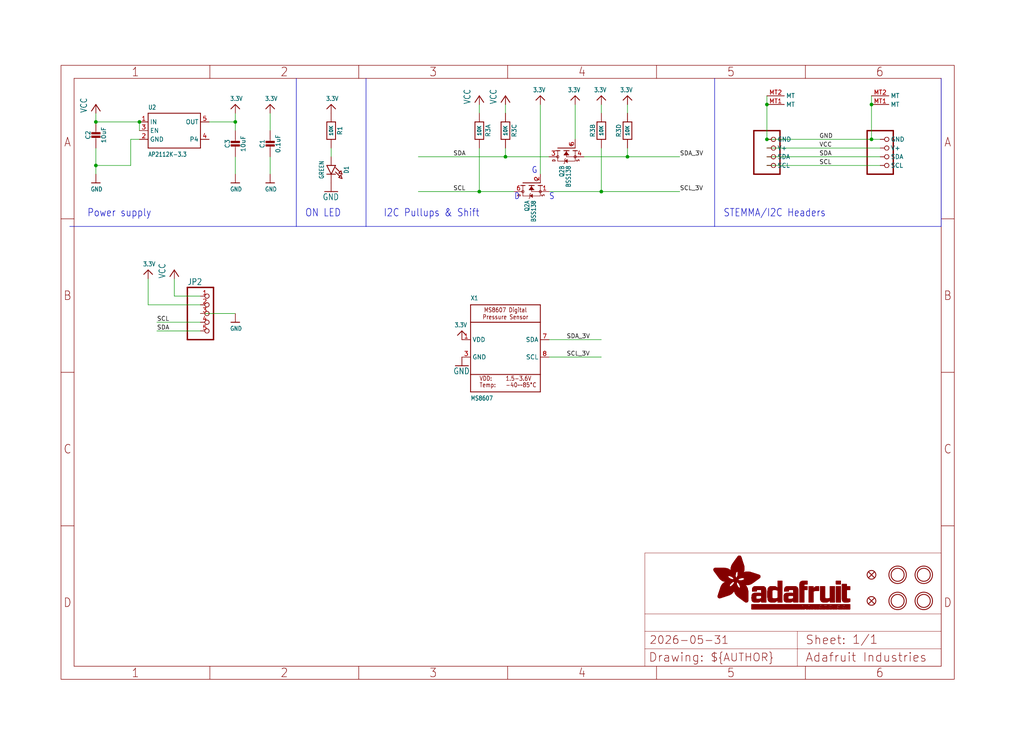
<source format=kicad_sch>
(kicad_sch (version 20230121) (generator eeschema)
  (paper "User" 298.45 217.322)
  (lib_symbols
    (symbol "working-eagle-import:3.3V" (power)
      (property "Value" "3.3V" (at -1.524 1.016 0))
      (symbol "3.3V_1_0"
        (pin power_in line (at 0 -2.54 90) (length 2.54) (name "3.3V") (number "1"))
      )
    )
    (symbol "working-eagle-import:CAP_CERAMIC0603_NO"
      (property "Reference" "C" (at -2.29 1.25 90))
      (symbol "CAP_CERAMIC0603_NO_1_0"
        (pin passive line (at 0 5.08 270) (length 2.54) (name "1") (number "1"))
        (pin passive line (at 0 -2.54 90) (length 2.54) (name "2") (number "2"))
      )
    )
    (symbol "working-eagle-import:CAP_CERAMIC0805-NOOUTLINE"
      (property "Reference" "C" (at -2.29 1.25 90))
      (symbol "CAP_CERAMIC0805-NOOUTLINE_1_0"
        (pin passive line (at 0 5.08 270) (length 2.54) (name "1") (number "1"))
        (pin passive line (at 0 -2.54 90) (length 2.54) (name "2") (number "2"))
      )
    )
    (symbol "working-eagle-import:FIDUCIAL_1MM")
    (symbol "working-eagle-import:FRAME_A4_ADAFRUIT"
      (symbol "FRAME_A4_ADAFRUIT_1_0"
        (text "${#}/${##}" (at 230.505 10.16 0) (effects (font (size 2.54 2.54)) (justify left bottom)))
        (text "${AUTHOR}" (at 189.23 5.08 0) (effects (font (size 2.286 2.286)) (justify left bottom)))
        (text "${CURRENT_DATE}" (at 171.45 10.16 0) (effects (font (size 2.286 2.286)) (justify left bottom)))
        (text "${PROJECTNAME}" (at 171.45 15.24 0) (effects (font (size 2.54 2.54)) (justify left bottom)))
        (text "1" (at 21.6958 1.905 0) (effects (font (size 2.54 2.286))))
        (text "1" (at 21.6958 177.165 0) (effects (font (size 2.54 2.286))))
        (text "2" (at 65.0875 1.905 0) (effects (font (size 2.54 2.286))))
        (text "2" (at 65.0875 177.165 0) (effects (font (size 2.54 2.286))))
        (text "3" (at 108.4792 1.905 0) (effects (font (size 2.54 2.286))))
        (text "3" (at 108.4792 177.165 0) (effects (font (size 2.54 2.286))))
        (text "4" (at 151.8708 1.905 0) (effects (font (size 2.54 2.286))))
        (text "4" (at 151.8708 177.165 0) (effects (font (size 2.54 2.286))))
        (text "5" (at 195.2625 1.905 0) (effects (font (size 2.54 2.286))))
        (text "5" (at 195.2625 177.165 0) (effects (font (size 2.54 2.286))))
        (text "6" (at 238.6542 1.905 0) (effects (font (size 2.54 2.286))))
        (text "6" (at 238.6542 177.165 0) (effects (font (size 2.54 2.286))))
        (text "A" (at 1.905 156.6863 0) (effects (font (size 2.54 2.286))))
        (text "A" (at 258.445 156.6863 0) (effects (font (size 2.54 2.286))))
        (text "Adafruit Industries" (at 216.916 4.953 0) (effects (font (size 2.54 2.54)) (justify left bottom)))
        (text "B" (at 1.905 111.9188 0) (effects (font (size 2.54 2.286))))
        (text "B" (at 258.445 111.9188 0) (effects (font (size 2.54 2.286))))
        (text "C" (at 1.905 67.1513 0) (effects (font (size 2.54 2.286))))
        (text "C" (at 258.445 67.1513 0) (effects (font (size 2.54 2.286))))
        (text "D" (at 1.905 22.3838 0) (effects (font (size 2.54 2.286))))
        (text "D" (at 258.445 22.3838 0) (effects (font (size 2.54 2.286))))
        (text "Drawing:" (at 171.196 4.953 0) (effects (font (size 2.54 2.54)) (justify left bottom)))
        (text "Sheet:" (at 216.916 10.033 0) (effects (font (size 2.54 2.54)) (justify left bottom)))
      )
    )
    (symbol "working-eagle-import:GND" (power)
      (property "Value" "GND" (at -1.524 -2.54 0))
      (symbol "GND_1_0"
        (pin power_in line (at 0 2.54 270) (length 2.54) (name "GND") (number "1"))
      )
    )
    (symbol "working-eagle-import:HEADER-1X5ROUND"
      (property "Reference" "JP" (at -6.35 8.255 0))
      (symbol "HEADER-1X5ROUND_1_0"
        (pin passive inverted (at -2.54 5.08 0) (length 2.54) (name "1") (number "1"))
        (pin passive inverted (at -2.54 2.54 0) (length 2.54) (name "2") (number "2"))
        (pin passive inverted (at -2.54 0 0) (length 2.54) (name "3") (number "3"))
        (pin passive inverted (at -2.54 -2.54 0) (length 2.54) (name "4") (number "4"))
        (pin passive inverted (at -2.54 -5.08 0) (length 2.54) (name "5") (number "5"))
      )
    )
    (symbol "working-eagle-import:LED0603_NOOUTLINE"
      (property "Reference" "D" (at -1.27 4.445 0))
      (symbol "LED0603_NOOUTLINE_1_0"
        (pin passive line (at -5.08 0 0) (length 2.54) (name "A") (number "A"))
        (pin passive line (at 2.54 0 180) (length 2.54) (name "C") (number "C"))
      )
    )
    (symbol "working-eagle-import:MOSFET-N_DUAL"
      (property "Reference" "Q" (at 5.08 0.635 0))
      (symbol "MOSFET-N_DUAL_1_0"
        (text "D" (at 3.175 3.175 0) (effects (font (size 0.8128 0.6908)) (justify left bottom)))
        (text "G" (at -1.27 -1.905 0) (effects (font (size 0.8128 0.6908)) (justify left bottom)))
        (text "S" (at 3.175 -3.81 0) (effects (font (size 0.8128 0.6908)) (justify left bottom)))
        (pin bidirectional line (at 2.54 -5.08 90) (length 2.54) (name "S") (number "1"))
        (pin bidirectional line (at -2.54 -2.54 0) (length 2.54) (name "G") (number "2"))
        (pin bidirectional line (at 2.54 5.08 270) (length 2.54) (name "D") (number "6"))
      )
      (symbol "MOSFET-N_DUAL_2_0"
        (text "D" (at 3.175 3.175 0) (effects (font (size 0.8128 0.6908)) (justify left bottom)))
        (text "G" (at -1.27 -1.905 0) (effects (font (size 0.8128 0.6908)) (justify left bottom)))
        (text "S" (at 3.175 -3.81 0) (effects (font (size 0.8128 0.6908)) (justify left bottom)))
        (pin bidirectional line (at 2.54 5.08 270) (length 2.54) (name "D") (number "3"))
        (pin bidirectional line (at 2.54 -5.08 90) (length 2.54) (name "S") (number "4"))
        (pin bidirectional line (at -2.54 -2.54 0) (length 2.54) (name "G") (number "5"))
      )
    )
    (symbol "working-eagle-import:MOUNTINGHOLE2.5")
    (symbol "working-eagle-import:MS8607"
      (property "Reference" "X" (at -10.16 13.97 0))
      (symbol "MS8607_1_0"
        (text "-40~~85°C" (at 0 -11.43 0) (effects (font (size 1.27 1.0795)) (justify left bottom)))
        (text "1.5-3.6V" (at 0 -9.525 0) (effects (font (size 1.27 1.0795)) (justify left bottom)))
        (text "MS8607 Digital\nPressure Sensor" (at 0 10.16 0) (effects (font (size 1.27 1.0795))))
        (text "Temp:" (at -7.62 -11.43 0) (effects (font (size 1.27 1.0795)) (justify left bottom)))
        (text "VDD:" (at -7.62 -9.525 0) (effects (font (size 1.27 1.0795)) (justify left bottom)))
        (pin power_in line (at -12.7 2.54 0) (length 2.54) (name "VDD") (number "1"))
        (pin power_in line (at -12.7 -2.54 0) (length 2.54) (name "GND") (number "3"))
        (pin bidirectional line (at 12.7 2.54 180) (length 2.54) (name "SDA") (number "7"))
        (pin bidirectional line (at 12.7 -2.54 180) (length 2.54) (name "SCL") (number "8"))
      )
    )
    (symbol "working-eagle-import:RESISTOR_0603_NOOUT"
      (property "Reference" "R" (at 0 2.54 0))
      (symbol "RESISTOR_0603_NOOUT_1_0"
        (pin passive line (at -5.08 0 0) (length 2.54) (name "1") (number "1"))
        (pin passive line (at 5.08 0 180) (length 2.54) (name "2") (number "2"))
      )
    )
    (symbol "working-eagle-import:RESISTOR_4PACK"
      (property "Reference" "R" (at 0 2.54 0))
      (symbol "RESISTOR_4PACK_1_0"
        (pin passive line (at -5.08 0 0) (length 2.54) (name "1") (number "1"))
        (pin passive line (at 5.08 0 180) (length 2.54) (name "2") (number "8"))
      )
      (symbol "RESISTOR_4PACK_2_0"
        (pin passive line (at -5.08 0 0) (length 2.54) (name "1") (number "2"))
        (pin passive line (at 5.08 0 180) (length 2.54) (name "2") (number "7"))
      )
      (symbol "RESISTOR_4PACK_3_0"
        (pin passive line (at -5.08 0 0) (length 2.54) (name "1") (number "3"))
        (pin passive line (at 5.08 0 180) (length 2.54) (name "2") (number "6"))
      )
      (symbol "RESISTOR_4PACK_4_0"
        (pin passive line (at -5.08 0 0) (length 2.54) (name "1") (number "4"))
        (pin passive line (at 5.08 0 180) (length 2.54) (name "2") (number "5"))
      )
    )
    (symbol "working-eagle-import:STEMMA_I2C_QT"
      (symbol "STEMMA_I2C_QT_1_0"
        (pin passive inverted (at 0 5.08 0) (length 2.54) (name "GND") (number "1"))
        (pin passive inverted (at 0 2.54 0) (length 2.54) (name "V+") (number "2"))
        (pin passive inverted (at 0 0 0) (length 2.54) (name "SDA") (number "3"))
        (pin passive inverted (at 0 -2.54 0) (length 2.54) (name "SCL") (number "4"))
      )
      (symbol "STEMMA_I2C_QT_2_0"
        (pin bidirectional line (at 0 0 0) (length 5.08) (name "MT") (number "MT1"))
      )
      (symbol "STEMMA_I2C_QT_3_0"
        (pin bidirectional line (at 0 0 0) (length 5.08) (name "MT") (number "MT2"))
      )
    )
    (symbol "working-eagle-import:VCC" (power)
      (property "Value" "VCC" (at -2.54 -2.54 90))
      (symbol "VCC_1_0"
        (pin power_in line (at 0 -2.54 90) (length 2.54) (name "VCC") (number "1"))
      )
    )
    (symbol "working-eagle-import:VREG_SOT23-5"
      (property "Reference" "U" (at -7.62 6.096 0))
      (symbol "VREG_SOT23-5_1_0"
        (pin power_in line (at -10.16 2.54 0) (length 2.54) (name "IN") (number "1"))
        (pin power_in line (at -10.16 -2.54 0) (length 2.54) (name "GND") (number "2"))
        (pin input line (at -10.16 0 0) (length 2.54) (name "EN") (number "3"))
        (pin bidirectional line (at 10.16 -2.54 180) (length 2.54) (name "P4") (number "4"))
        (pin power_in line (at 10.16 2.54 180) (length 2.54) (name "OUT") (number "5"))
      )
    )
    (symbol "working-eagle-import:supply1_GND" (power)
      (property "Value" "supply1_GND" (at -2.54 -2.54 0))
      (symbol "supply1_GND_1_0"
        (pin power_in line (at 0 2.54 270) (length 2.54) (name "GND") (number "1"))
      )
    )
  )
  (junction (at 223.52 40.64))
  (junction (at 27.94 48.26))
  (junction (at 254 40.64))
  (junction (at 254 30.48))
  (junction (at 223.52 30.48))
  (junction (at 27.94 35.56))
  (junction (at 175.26 55.88))
  (junction (at 139.7 55.88))
  (junction (at 68.58 35.56))
  (junction (at 182.88 45.72))
  (junction (at 147.32 45.72))
  (junction (at 40.64 35.56))
  (wire (pts (xy 68.58 45.72) (xy 68.58 50.8)) (stroke (width 0.1524)))
  (wire (pts (xy 147.32 45.72) (xy 121.92 45.72)) (stroke (width 0.1524)))
  (wire (pts (xy 40.64 40.64) (xy 38.1 40.64)) (stroke (width 0.1524)))
  (polyline (pts (xy 208.28 22.86) (xy 208.28 66.04)) (stroke (width 0.1524) (type solid)))
  (wire (pts (xy 139.7 43.18) (xy 139.7 55.88)) (stroke (width 0.1524)))
  (wire (pts (xy 160.02 45.72) (xy 147.32 45.72)) (stroke (width 0.1524)))
  (wire (pts (xy 167.64 40.64) (xy 167.64 30.48)) (stroke (width 0.1524)))
  (wire (pts (xy 58.42 86.36) (xy 50.8 86.36)) (stroke (width 0.1524)))
  (wire (pts (xy 40.64 35.56) (xy 27.94 35.56)) (stroke (width 0.1524)))
  (wire (pts (xy 223.52 43.18) (xy 256.54 43.18)) (stroke (width 0.1524)))
  (wire (pts (xy 38.1 40.64) (xy 38.1 48.26)) (stroke (width 0.1524)))
  (wire (pts (xy 78.74 33.02) (xy 78.74 38.1)) (stroke (width 0.1524)))
  (wire (pts (xy 60.96 35.56) (xy 68.58 35.56)) (stroke (width 0.1524)))
  (wire (pts (xy 58.42 93.98) (xy 45.72 93.98)) (stroke (width 0.1524)))
  (wire (pts (xy 139.7 30.48) (xy 139.7 33.02)) (stroke (width 0.1524)))
  (wire (pts (xy 170.18 45.72) (xy 182.88 45.72)) (stroke (width 0.1524)))
  (wire (pts (xy 223.52 30.48) (xy 223.52 40.64)) (stroke (width 0.1524)))
  (wire (pts (xy 223.52 48.26) (xy 256.54 48.26)) (stroke (width 0.1524)))
  (wire (pts (xy 139.7 55.88) (xy 121.92 55.88)) (stroke (width 0.1524)))
  (polyline (pts (xy 20.32 66.04) (xy 86.36 66.04)) (stroke (width 0.1524) (type solid)))
  (wire (pts (xy 182.88 43.18) (xy 182.88 45.72)) (stroke (width 0.1524)))
  (wire (pts (xy 68.58 35.56) (xy 68.58 38.1)) (stroke (width 0.1524)))
  (wire (pts (xy 160.02 104.14) (xy 175.26 104.14)) (stroke (width 0.1524)))
  (polyline (pts (xy 86.36 66.04) (xy 106.68 66.04)) (stroke (width 0.1524) (type solid)))
  (wire (pts (xy 175.26 43.18) (xy 175.26 55.88)) (stroke (width 0.1524)))
  (wire (pts (xy 256.54 45.72) (xy 223.52 45.72)) (stroke (width 0.1524)))
  (wire (pts (xy 175.26 55.88) (xy 198.12 55.88)) (stroke (width 0.1524)))
  (wire (pts (xy 68.58 35.56) (xy 68.58 33.02)) (stroke (width 0.1524)))
  (wire (pts (xy 50.8 86.36) (xy 50.8 81.28)) (stroke (width 0.1524)))
  (wire (pts (xy 43.18 88.9) (xy 43.18 81.28)) (stroke (width 0.1524)))
  (wire (pts (xy 147.32 33.02) (xy 147.32 30.48)) (stroke (width 0.1524)))
  (wire (pts (xy 58.42 88.9) (xy 43.18 88.9)) (stroke (width 0.1524)))
  (wire (pts (xy 254 27.94) (xy 254 30.48)) (stroke (width 0.1524)))
  (wire (pts (xy 175.26 33.02) (xy 175.26 30.48)) (stroke (width 0.1524)))
  (wire (pts (xy 182.88 45.72) (xy 198.12 45.72)) (stroke (width 0.1524)))
  (polyline (pts (xy 274.32 22.86) (xy 274.32 66.04)) (stroke (width 0.1524) (type solid)))
  (polyline (pts (xy 86.36 22.86) (xy 86.36 66.04)) (stroke (width 0.1524) (type solid)))
  (wire (pts (xy 254 40.64) (xy 223.52 40.64)) (stroke (width 0.1524)))
  (wire (pts (xy 27.94 48.26) (xy 27.94 43.18)) (stroke (width 0.1524)))
  (wire (pts (xy 160.02 55.88) (xy 175.26 55.88)) (stroke (width 0.1524)))
  (wire (pts (xy 38.1 48.26) (xy 27.94 48.26)) (stroke (width 0.1524)))
  (wire (pts (xy 182.88 33.02) (xy 182.88 30.48)) (stroke (width 0.1524)))
  (wire (pts (xy 147.32 43.18) (xy 147.32 45.72)) (stroke (width 0.1524)))
  (wire (pts (xy 160.02 99.06) (xy 175.26 99.06)) (stroke (width 0.1524)))
  (wire (pts (xy 78.74 45.72) (xy 78.74 50.8)) (stroke (width 0.1524)))
  (wire (pts (xy 58.42 96.52) (xy 45.72 96.52)) (stroke (width 0.1524)))
  (wire (pts (xy 27.94 33.02) (xy 27.94 35.56)) (stroke (width 0.1524)))
  (wire (pts (xy 223.52 27.94) (xy 223.52 30.48)) (stroke (width 0.1524)))
  (wire (pts (xy 40.64 38.1) (xy 40.64 35.56)) (stroke (width 0.1524)))
  (wire (pts (xy 149.86 55.88) (xy 139.7 55.88)) (stroke (width 0.1524)))
  (wire (pts (xy 27.94 48.26) (xy 27.94 50.8)) (stroke (width 0.1524)))
  (polyline (pts (xy 106.68 22.86) (xy 106.68 66.04)) (stroke (width 0.1524) (type solid)))
  (wire (pts (xy 254 30.48) (xy 254 40.64)) (stroke (width 0.1524)))
  (wire (pts (xy 157.48 50.8) (xy 157.48 30.48)) (stroke (width 0.1524)))
  (polyline (pts (xy 106.68 66.04) (xy 208.28 66.04)) (stroke (width 0.1524) (type solid)))
  (polyline (pts (xy 208.28 66.04) (xy 274.32 66.04)) (stroke (width 0.1524) (type solid)))
  (wire (pts (xy 96.52 45.72) (xy 96.52 43.18)) (stroke (width 0.1524)))
  (wire (pts (xy 256.54 40.64) (xy 254 40.64)) (stroke (width 0.1524)))
  (wire (pts (xy 58.42 91.44) (xy 68.58 91.44)) (stroke (width 0.1524)))
  (text "I2C Pullups & Shift" (at 111.76 63.5 0) (effects (font (size 2.1844 1.8567)) (justify left bottom)))
  (text "STEMMA/I2C Headers" (at 210.82 63.5 0) (effects (font (size 2.1844 1.8567)) (justify left bottom)))
  (text "G" (at 154.94 50.8 0) (effects (font (size 1.778 1.5113)) (justify left bottom)))
  (text "ON LED" (at 88.9 63.5 0) (effects (font (size 2.1844 1.8567)) (justify left bottom)))
  (text "Power supply" (at 25.4 63.5 0) (effects (font (size 2.1844 1.8567)) (justify left bottom)))
  (text "D" (at 149.86 58.42 0) (effects (font (size 1.778 1.5113)) (justify left bottom)))
  (text "S" (at 160.02 58.42 0) (effects (font (size 1.778 1.5113)) (justify left bottom)))
  (label "SCL" (at 238.76 48.26 0) (effects (font (size 1.2446 1.2446))))
  (label "VCC" (at 238.76 43.18 0) (effects (font (size 1.2446 1.2446))))
  (label "SCL" (at 132.08 55.88 0) (effects (font (size 1.2446 1.2446))))
  (label "SDA" (at 45.72 96.52 0) (effects (font (size 1.2446 1.2446))))
  (label "SDA" (at 132.08 45.72 0) (effects (font (size 1.2446 1.2446))))
  (label "GND" (at 238.76 40.64 0) (effects (font (size 1.2446 1.2446))))
  (label "SCL" (at 45.72 93.98 0) (effects (font (size 1.2446 1.2446))))
  (label "SDA_3V" (at 165.1 99.06 0) (effects (font (size 1.2446 1.2446))))
  (label "SDA" (at 238.76 45.72 0) (effects (font (size 1.2446 1.2446))))
  (label "SCL_3V" (at 165.1 104.14 0) (effects (font (size 1.2446 1.2446))))
  (label "SDA_3V" (at 198.12 45.72 0) (effects (font (size 1.2446 1.2446))))
  (label "SCL_3V" (at 198.12 55.88 0) (effects (font (size 1.2446 1.2446))))
  (symbol (lib_id "working-eagle-import:3.3V") (at 43.18 78.74 0) (unit 1)
    (property "Reference" "#U$16" (effects hide))
    (property "Value" "3.3V" (at 41.656 77.724 0) (effects (font (size 1.27 1.0795)) (justify left bottom)))
  )
  (symbol (lib_id "working-eagle-import:RESISTOR_4PACK") (at 175.26 38.1 90) (mirror x) (unit 2)
    (property "Reference" "R3" (at 172.72 38.1 0))
    (property "Value" "10K" (at 175.26 38.1 0) (effects (font (size 1.016 1.016) bold)))
    (property "Footprint" "working:RESPACK_4X0603" (effects hide))
  )
  (symbol (lib_id "working-eagle-import:RESISTOR_4PACK") (at 147.32 38.1 270) (unit 3)
    (property "Reference" "R3" (at 149.86 38.1 0))
    (property "Value" "10K" (at 147.32 38.1 0) (effects (font (size 1.016 1.016) bold)))
    (property "Footprint" "working:RESPACK_4X0603" (effects hide))
  )
  (symbol (lib_id "working-eagle-import:3.3V") (at 96.52 30.48 0) (unit 1)
    (property "Reference" "#U$3" (effects hide))
    (property "Value" "3.3V" (at 94.996 29.464 0) (effects (font (size 1.27 1.0795)) (justify left bottom)))
  )
  (symbol (lib_id "working-eagle-import:VCC") (at 147.32 27.94 0) (unit 1)
    (property "Reference" "#P+2" (effects hide))
    (property "Value" "VCC" (at 144.78 30.48 90) (effects (font (size 1.778 1.5113)) (justify left bottom)))
  )
  (symbol (lib_id "working-eagle-import:CAP_CERAMIC0805-NOOUTLINE") (at 27.94 40.64 0) (unit 1)
    (property "Reference" "C2" (at 25.65 39.39 90))
    (property "Value" "10uF" (at 30.24 39.39 90))
    (property "Footprint" "working:0805-NO" (effects hide))
  )
  (symbol (lib_id "working-eagle-import:CAP_CERAMIC0805-NOOUTLINE") (at 68.58 43.18 0) (unit 1)
    (property "Reference" "C3" (at 66.29 41.93 90))
    (property "Value" "10uF" (at 70.88 41.93 90))
    (property "Footprint" "working:0805-NO" (effects hide))
  )
  (symbol (lib_id "working-eagle-import:STEMMA_I2C_QT") (at 223.52 45.72 0) (unit 1)
    (property "Reference" "CONN3" (effects hide))
    (property "Value" "STEMMA_I2C_QT" (effects hide))
    (property "Footprint" "working:JST_SH4" (effects hide))
  )
  (symbol (lib_id "working-eagle-import:3.3V") (at 157.48 27.94 0) (mirror y) (unit 1)
    (property "Reference" "#U$26" (effects hide))
    (property "Value" "3.3V" (at 159.004 26.924 0) (effects (font (size 1.27 1.0795)) (justify left bottom)))
  )
  (symbol (lib_id "working-eagle-import:GND") (at 68.58 93.98 0) (unit 1)
    (property "Reference" "#U$10" (effects hide))
    (property "Value" "GND" (at 67.056 96.52 0) (effects (font (size 1.27 1.0795)) (justify left bottom)))
  )
  (symbol (lib_id "working-eagle-import:FIDUCIAL_1MM") (at 254 175.26 0) (unit 1)
    (property "Reference" "FID3" (effects hide))
    (property "Value" "FIDUCIAL_1MM" (effects hide))
    (property "Footprint" "working:FIDUCIAL_1MM" (effects hide))
  )
  (symbol (lib_id "working-eagle-import:GND") (at 27.94 53.34 0) (unit 1)
    (property "Reference" "#U$13" (effects hide))
    (property "Value" "GND" (at 26.416 55.88 0) (effects (font (size 1.27 1.0795)) (justify left bottom)))
  )
  (symbol (lib_id "working-eagle-import:FIDUCIAL_1MM") (at 254 167.64 0) (unit 1)
    (property "Reference" "FID4" (effects hide))
    (property "Value" "FIDUCIAL_1MM" (effects hide))
    (property "Footprint" "working:FIDUCIAL_1MM" (effects hide))
  )
  (symbol (lib_id "working-eagle-import:VCC") (at 27.94 30.48 0) (unit 1)
    (property "Reference" "#P+3" (effects hide))
    (property "Value" "VCC" (at 25.4 33.02 90) (effects (font (size 1.778 1.5113)) (justify left bottom)))
  )
  (symbol (lib_id "working-eagle-import:MOSFET-N_DUAL") (at 165.1 43.18 90) (mirror x) (unit 2)
    (property "Reference" "Q2" (at 164.465 48.26 0) (effects (font (size 1.27 1.0795)) (justify left bottom)))
    (property "Value" "BSS138" (at 166.37 48.26 0) (effects (font (size 1.27 1.0795)) (justify left bottom)))
    (property "Footprint" "working:SOT363" (effects hide))
  )
  (symbol (lib_id "working-eagle-import:MOSFET-N_DUAL") (at 154.94 53.34 90) (mirror x) (unit 1)
    (property "Reference" "Q2" (at 154.305 58.42 0) (effects (font (size 1.27 1.0795)) (justify left bottom)))
    (property "Value" "BSS138" (at 156.21 58.42 0) (effects (font (size 1.27 1.0795)) (justify left bottom)))
    (property "Footprint" "working:SOT363" (effects hide))
  )
  (symbol (lib_id "working-eagle-import:FRAME_A4_ADAFRUIT") (at 17.78 198.12 0) (unit 1)
    (property "Reference" "#U$18" (effects hide))
    (property "Value" "FRAME_A4_ADAFRUIT" (effects hide))
  )
  (symbol (lib_id "working-eagle-import:MOUNTINGHOLE2.5") (at 261.62 167.64 0) (unit 1)
    (property "Reference" "U$17" (effects hide))
    (property "Value" "MOUNTINGHOLE2.5" (effects hide))
    (property "Footprint" "working:MOUNTINGHOLE_2.5_PLATED" (effects hide))
  )
  (symbol (lib_id "working-eagle-import:supply1_GND") (at 134.62 106.68 0) (unit 1)
    (property "Reference" "#GND1" (effects hide))
    (property "Value" "GND" (at 132.08 109.22 0) (effects (font (size 1.778 1.5113)) (justify left bottom)))
  )
  (symbol (lib_id "working-eagle-import:3.3V") (at 78.74 30.48 0) (unit 1)
    (property "Reference" "#U$14" (effects hide))
    (property "Value" "3.3V" (at 77.216 29.464 0) (effects (font (size 1.27 1.0795)) (justify left bottom)))
  )
  (symbol (lib_id "working-eagle-import:3.3V") (at 167.64 27.94 0) (mirror y) (unit 1)
    (property "Reference" "#U$23" (effects hide))
    (property "Value" "3.3V" (at 169.164 26.924 0) (effects (font (size 1.27 1.0795)) (justify left bottom)))
  )
  (symbol (lib_id "working-eagle-import:STEMMA_I2C_QT") (at 254 30.48 0) (unit 2)
    (property "Reference" "CONN4" (effects hide))
    (property "Value" "STEMMA_I2C_QT" (effects hide))
    (property "Footprint" "working:JST_SH4" (effects hide))
  )
  (symbol (lib_id "working-eagle-import:RESISTOR_4PACK") (at 182.88 38.1 90) (mirror x) (unit 4)
    (property "Reference" "R3" (at 180.34 38.1 0))
    (property "Value" "10K" (at 182.88 38.1 0) (effects (font (size 1.016 1.016) bold)))
    (property "Footprint" "working:RESPACK_4X0603" (effects hide))
  )
  (symbol (lib_id "working-eagle-import:3.3V") (at 68.58 30.48 0) (unit 1)
    (property "Reference" "#U$15" (effects hide))
    (property "Value" "3.3V" (at 67.056 29.464 0) (effects (font (size 1.27 1.0795)) (justify left bottom)))
  )
  (symbol (lib_id "working-eagle-import:LED0603_NOOUTLINE") (at 96.52 50.8 270) (unit 1)
    (property "Reference" "D1" (at 100.965 49.53 0) (effects (font (size 1.27 1.0795))))
    (property "Value" "GREEN" (at 93.726 49.53 0) (effects (font (size 1.27 1.0795))))
    (property "Footprint" "working:CHIPLED_0603_NOOUTLINE" (effects hide))
  )
  (symbol (lib_id "working-eagle-import:RESISTOR_4PACK") (at 139.7 38.1 270) (unit 1)
    (property "Reference" "R3" (at 142.24 38.1 0))
    (property "Value" "10K" (at 139.7 38.1 0) (effects (font (size 1.016 1.016) bold)))
    (property "Footprint" "working:RESPACK_4X0603" (effects hide))
  )
  (symbol (lib_id "working-eagle-import:VCC") (at 139.7 27.94 0) (unit 1)
    (property "Reference" "#P+1" (effects hide))
    (property "Value" "VCC" (at 137.16 30.48 90) (effects (font (size 1.778 1.5113)) (justify left bottom)))
  )
  (symbol (lib_id "working-eagle-import:3.3V") (at 134.62 96.52 0) (mirror y) (unit 1)
    (property "Reference" "#U$2" (effects hide))
    (property "Value" "3.3V" (at 136.144 95.504 0) (effects (font (size 1.27 1.0795)) (justify left bottom)))
  )
  (symbol (lib_id "working-eagle-import:STEMMA_I2C_QT") (at 254 27.94 0) (unit 3)
    (property "Reference" "CONN4" (effects hide))
    (property "Value" "STEMMA_I2C_QT" (effects hide))
    (property "Footprint" "working:JST_SH4" (effects hide))
  )
  (symbol (lib_id "working-eagle-import:VCC") (at 50.8 78.74 0) (unit 1)
    (property "Reference" "#P+4" (effects hide))
    (property "Value" "VCC" (at 48.26 81.28 90) (effects (font (size 1.778 1.5113)) (justify left bottom)))
  )
  (symbol (lib_id "working-eagle-import:GND") (at 68.58 53.34 0) (unit 1)
    (property "Reference" "#U$5" (effects hide))
    (property "Value" "GND" (at 67.056 55.88 0) (effects (font (size 1.27 1.0795)) (justify left bottom)))
  )
  (symbol (lib_id "working-eagle-import:VREG_SOT23-5") (at 50.8 38.1 0) (unit 1)
    (property "Reference" "U2" (at 43.18 32.004 0) (effects (font (size 1.27 1.0795)) (justify left bottom)))
    (property "Value" "AP2112K-3.3" (at 43.18 45.72 0) (effects (font (size 1.27 1.0795)) (justify left bottom)))
    (property "Footprint" "working:SOT23-5" (effects hide))
  )
  (symbol (lib_id "working-eagle-import:3.3V") (at 175.26 27.94 0) (mirror y) (unit 1)
    (property "Reference" "#U$24" (effects hide))
    (property "Value" "3.3V" (at 176.784 26.924 0) (effects (font (size 1.27 1.0795)) (justify left bottom)))
  )
  (symbol (lib_id "working-eagle-import:GND") (at 78.74 53.34 0) (unit 1)
    (property "Reference" "#U$6" (effects hide))
    (property "Value" "GND" (at 77.216 55.88 0) (effects (font (size 1.27 1.0795)) (justify left bottom)))
  )
  (symbol (lib_id "working-eagle-import:STEMMA_I2C_QT") (at 223.52 30.48 0) (unit 2)
    (property "Reference" "CONN3" (effects hide))
    (property "Value" "STEMMA_I2C_QT" (effects hide))
    (property "Footprint" "working:JST_SH4" (effects hide))
  )
  (symbol (lib_id "working-eagle-import:supply1_GND") (at 96.52 55.88 0) (unit 1)
    (property "Reference" "#GND6" (effects hide))
    (property "Value" "GND" (at 93.98 58.42 0) (effects (font (size 1.778 1.5113)) (justify left bottom)))
  )
  (symbol (lib_id "working-eagle-import:STEMMA_I2C_QT") (at 223.52 27.94 0) (unit 3)
    (property "Reference" "CONN3" (effects hide))
    (property "Value" "STEMMA_I2C_QT" (effects hide))
    (property "Footprint" "working:JST_SH4" (effects hide))
  )
  (symbol (lib_id "working-eagle-import:MOUNTINGHOLE2.5") (at 269.24 167.64 0) (unit 1)
    (property "Reference" "U$19" (effects hide))
    (property "Value" "MOUNTINGHOLE2.5" (effects hide))
    (property "Footprint" "working:MOUNTINGHOLE_2.5_PLATED" (effects hide))
  )
  (symbol (lib_id "working-eagle-import:MOUNTINGHOLE2.5") (at 261.62 175.26 0) (unit 1)
    (property "Reference" "U$1" (effects hide))
    (property "Value" "MOUNTINGHOLE2.5" (effects hide))
    (property "Footprint" "working:MOUNTINGHOLE_2.5_PLATED" (effects hide))
  )
  (symbol (lib_id "working-eagle-import:STEMMA_I2C_QT") (at 256.54 45.72 0) (unit 1)
    (property "Reference" "CONN4" (effects hide))
    (property "Value" "STEMMA_I2C_QT" (effects hide))
    (property "Footprint" "working:JST_SH4" (effects hide))
  )
  (symbol (lib_id "working-eagle-import:3.3V") (at 182.88 27.94 0) (mirror y) (unit 1)
    (property "Reference" "#U$7" (effects hide))
    (property "Value" "3.3V" (at 184.404 26.924 0) (effects (font (size 1.27 1.0795)) (justify left bottom)))
  )
  (symbol (lib_id "working-eagle-import:RESISTOR_0603_NOOUT") (at 96.52 38.1 270) (unit 1)
    (property "Reference" "R1" (at 99.06 38.1 0))
    (property "Value" "10K" (at 96.52 38.1 0) (effects (font (size 1.016 1.016) bold)))
    (property "Footprint" "working:0603-NO" (effects hide))
  )
  (symbol (lib_id "working-eagle-import:CAP_CERAMIC0603_NO") (at 78.74 43.18 0) (unit 1)
    (property "Reference" "C1" (at 76.45 41.93 90))
    (property "Value" "0.1uF" (at 81.04 41.93 90))
    (property "Footprint" "working:0603-NO" (effects hide))
  )
  (symbol (lib_id "working-eagle-import:MS8607") (at 147.32 101.6 0) (unit 1)
    (property "Reference" "X1" (at 137.16 87.63 0) (effects (font (size 1.27 1.0795)) (justify left bottom)))
    (property "Value" "MS8607" (at 137.16 116.84 0) (effects (font (size 1.27 1.0795)) (justify left bottom)))
    (property "Footprint" "working:MS8607" (effects hide))
  )
  (symbol (lib_id "working-eagle-import:MOUNTINGHOLE2.5") (at 269.24 175.26 0) (unit 1)
    (property "Reference" "U$21" (effects hide))
    (property "Value" "MOUNTINGHOLE2.5" (effects hide))
    (property "Footprint" "working:MOUNTINGHOLE_2.5_PLATED" (effects hide))
  )
  (symbol (lib_id "working-eagle-import:HEADER-1X5ROUND") (at 60.96 91.44 0) (unit 1)
    (property "Reference" "JP2" (at 54.61 83.185 0) (effects (font (size 1.778 1.5113)) (justify left bottom)))
    (property "Value" "HEADER-1X5ROUND" (effects hide))
    (property "Footprint" "working:1X05_ROUND" (effects hide))
  )
)
</source>
